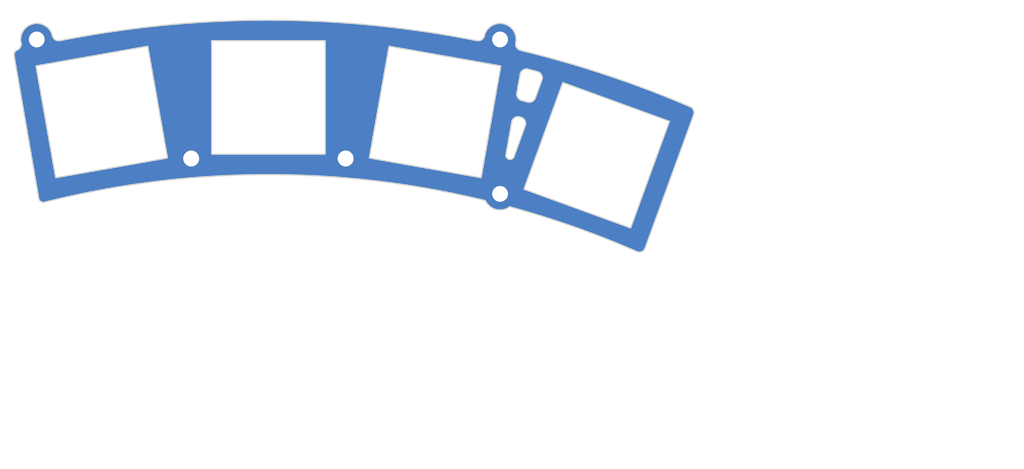
<source format=kicad_pcb>
(kicad_pcb (version 20221018) (generator pcbnew)
  (title_block (rev "1") (company "@e3w2q"))
  (layers (0 "F.Cu" signal) (31 "B.Cu" signal) (34 "B.Paste" user) (35 "F.Paste" user) (36 "B.SilkS" user "B.Silkscreen") (37 "F.SilkS" user "F.Silkscreen") (38 "B.Mask" user) (39 "F.Mask" user) (44 "Edge.Cuts" user))
  (net 0 "")
  (footprint "#footprint:Keyswitch_Plate_Hole" (layer "F.Cu") (at 65.46133 34.19532)
    (fp_text reference "SW28" hide)
    (fp_text value "SW_Push" hide)
    (fp_line (start -7 -7) (end -7 7) (stroke (width 0.15)) (layer "Edge.Cuts"))
    (fp_line (start 7 -7) (end -7 -7) (stroke (width 0.15)) (layer "Edge.Cuts"))
    (fp_line (start 7 -7) (end 7 7) (stroke (width 0.15)) (layer "Edge.Cuts"))
    (fp_line (start 7 7) (end -7 7) (stroke (width 0.15)) (layer "Edge.Cuts"))
  )
  (footprint "#footprint:Keyswitch_Plate_Hole" (layer "F.Cu") (at 86.019046 35.994494 -10)
    (fp_text reference "SW29" hide)
    (fp_text value "SW_Push" hide)
    (fp_line (start -7 -7) (end -7 7) (stroke (width 0.15)) (layer "Edge.Cuts"))
    (fp_line (start 7 -7) (end -7 -7) (stroke (width 0.15)) (layer "Edge.Cuts"))
    (fp_line (start 7 -7) (end 7 7) (stroke (width 0.15)) (layer "Edge.Cuts"))
    (fp_line (start 7 7) (end -7 7) (stroke (width 0.15)) (layer "Edge.Cuts"))
  )
  (footprint "#footprint:M2_Hole" (layer "F.Cu") (at 55.936326 41.735945)
    (fp_text reference "H9" hide)
    (fp_text value "MountingHole" hide)
    (pad "" np_thru_hole circle (at 0 0) (size 1.95 1.95) (drill 1.95) (layers "F&B.Cu" "*.Mask"))
  )
  (footprint "#footprint:Keyswitch_Plate_Hole" (layer "F.Cu") (at 105.956671 41.334996 -20)
    (fp_text reference "SW30" hide)
    (fp_text value "SW_Push" hide)
    (fp_line (start -7 -7) (end -7 7) (stroke (width 0.15)) (layer "Edge.Cuts"))
    (fp_line (start 7 -7) (end -7 -7) (stroke (width 0.15)) (layer "Edge.Cuts"))
    (fp_line (start 7 -7) (end 7 7) (stroke (width 0.15)) (layer "Edge.Cuts"))
    (fp_line (start 7 7) (end -7 7) (stroke (width 0.15)) (layer "Edge.Cuts"))
  )
  (footprint "#footprint:M2_Hole" (layer "F.Cu") (at 94.036323 46.10157)
    (fp_text reference "H8" hide)
    (fp_text value "MountingHole" hide)
    (pad "" np_thru_hole circle (at 0 0) (size 1.95 1.95) (drill 1.95) (layers "F&B.Cu" "*.Mask"))
  )
  (footprint "#footprint:M2_Hole" (layer "F.Cu") (at 94.036275 27.051806)
    (fp_text reference "H7" hide)
    (fp_text value "MountingHole" hide)
    (pad "" np_thru_hole circle (at 0 0) (size 1.95 1.95) (drill 1.95) (layers "F&B.Cu" "*.Mask"))
  )
  (footprint "#footprint:M2_Hole" (layer "F.Cu") (at 36.886323 27.051573)
    (fp_text reference "H10" hide)
    (fp_text value "MountingHole" hide)
    (pad "" np_thru_hole circle (at 0 0) (size 1.95 1.95) (drill 1.95) (layers "F&B.Cu" "*.Mask"))
  )
  (footprint "#footprint:M2_Hole" (layer "F.Cu") (at 74.986325 41.735943)
    (fp_text reference "H9" hide)
    (fp_text value "MountingHole" hide)
    (pad "" np_thru_hole circle (at 0 0) (size 1.95 1.95) (drill 1.95) (layers "F&B.Cu" "*.Mask"))
  )
  (footprint "#footprint:M2_Hole" (layer "F.Cu") (at 55.936329 41.735947)
    (fp_text reference "H9" hide)
    (fp_text value "MountingHole" hide)
    (pad "" np_thru_hole circle (at 0 0) (size 1.95 1.95) (drill 1.95) (layers "F&B.Cu" "*.Mask"))
  )
  (footprint "#footprint:Keyswitch_Plate_Hole" (layer "F.Cu") (at 44.9006 35.991941 10)
    (fp_text reference "SW27" hide)
    (fp_text value "SW_Push" hide)
    (fp_line (start -7 -7) (end -7 7) (stroke (width 0.15)) (layer "Edge.Cuts"))
    (fp_line (start 7 -7) (end -7 -7) (stroke (width 0.15)) (layer "Edge.Cuts"))
    (fp_line (start 7 -7) (end 7 7) (stroke (width 0.15)) (layer "Edge.Cuts"))
    (fp_line (start 7 7) (end -7 7) (stroke (width 0.15)) (layer "Edge.Cuts"))
  )
  (footprint "#footprint:M2_Hole" (layer "F.Cu") (at 74.986328 41.735945)
    (fp_text reference "H9" hide)
    (fp_text value "MountingHole" hide)
    (pad "" np_thru_hole circle (at 0 0) (size 1.95 1.95) (drill 1.95) (layers "F&B.Cu" "*.Mask"))
  )
  (gr_arc (start 96.546509 28.388438) (mid 107.178806 31.436444) (end 117.517638 35.366412) (stroke (width 0.15)) (layer "Edge.Cuts"))
  (gr_arc (start 95.485804 37.164913) (mid 95.855639 36.682953) (end 96.457946 36.603647) (stroke (width 0.15)) (layer "Edge.Cuts"))
  (gr_line (start 97.498225 30.712143) (end 98.657337 31.022725) (stroke (width 0.15)) (layer "Edge.Cuts"))
  (gr_arc (start 34.936978 27.413465) (mid 34.857674 28.015776) (end 34.375712 28.385605) (stroke (width 0.15)) (layer "Edge.Cuts"))
  (gr_arc (start 37.92 47.11) (mid 37.483878 47.099265) (end 37.16 46.81) (stroke (width 0.15)) (layer "Edge.Cuts"))
  (gr_arc (start 34.110628 29.161886) (mid 34.128502 28.734595) (end 34.375712 28.385605) (stroke (width 0.15)) (layer "Edge.Cuts"))
  (gr_arc (start 39.726026 27.200178) (mid 65.46125 24.670152) (end 91.196195 27.203011) (stroke (width 0.15)) (layer "Edge.Cuts"))
  (gr_arc (start 95.227009 47.689068) (mid 93.548744 48.025181) (end 92.233277 46.930152) (stroke (width 0.15)) (layer "Edge.Cuts"))
  (gr_arc (start 92.115718 26.559154) (mid 91.789296 27.0715) (end 91.196195 27.203011) (stroke (width 0.15)) (layer "Edge.Cuts"))
  (gr_arc (start 96.546509 28.388438) (mid 96.064502 28.018614) (end 95.985243 27.416298) (stroke (width 0.15)) (layer "Edge.Cuts"))
  (gr_line (start 117.923952 36.314407) (end 111.906326 52.835524) (stroke (width 0.15)) (layer "Edge.Cuts"))
  (gr_arc (start 92.115717 26.559154) (mid 94.465028 25.116097) (end 95.985243 27.416298) (stroke (width 0.15)) (layer "Edge.Cuts"))
  (gr_line (start 96.457946 36.603647) (end 96.612493 36.645056) (stroke (width 0.15)) (layer "Edge.Cuts"))
  (gr_arc (start 98.407533 34.21044) (mid 98.037702 34.692401) (end 97.435393 34.771708) (stroke (width 0.15)) (layer "Edge.Cuts"))
  (gr_arc (start 96.526084 31.273409) (mid 96.895919 30.791441) (end 97.498225 30.712142) (stroke (width 0.15)) (layer "Edge.Cuts"))
  (gr_arc (start 117.517642 35.366413) (mid 117.897196 35.764809) (end 117.923952 36.314407) (stroke (width 0.15)) (layer "Edge.Cuts"))
  (gr_arc (start 34.936978 27.413465) (mid 36.457758 25.11598) (end 38.806503 26.556321) (stroke (width 0.15)) (layer "Edge.Cuts"))
  (gr_line (start 98.407533 34.21044) (end 99.218602 31.994867) (stroke (width 0.15)) (layer "Edge.Cuts"))
  (gr_arc (start 37.92 47.11) (mid 65.065723 43.723679) (end 92.233277 46.93015) (stroke (width 0.15)) (layer "Edge.Cuts"))
  (gr_arc (start 39.726026 27.200178) (mid 39.132939 27.068672) (end 38.806503 26.556321) (stroke (width 0.15)) (layer "Edge.Cuts"))
  (gr_line (start 37.16 46.81) (end 34.110628 29.161886) (stroke (width 0.15)) (layer "Edge.Cuts"))
  (gr_line (start 96.526084 31.273409) (end 96.120704 33.597685) (stroke (width 0.15)) (layer "Edge.Cuts"))
  (gr_arc (start 96.681971 34.569829) (mid 96.199992 34.199997) (end 96.120703 33.597687) (stroke (width 0.15)) (layer "Edge.Cuts"))
  (gr_arc (start 98.657337 31.022725) (mid 99.139302 31.392551) (end 99.218604 31.99487) (stroke (width 0.15)) (layer "Edge.Cuts"))
  (gr_arc (start 95.758279 41.5023) (mid 95.153605 41.843363) (end 94.763504 41.269051) (stroke (width 0.15)) (layer "Edge.Cuts"))
  (gr_arc (start 111.906326 52.835524) (mid 111.485533 53.233544) (end 110.90667 53.213766) (stroke (width 0.15)) (layer "Edge.Cuts"))
  (gr_line (start 96.681971 34.569829) (end 97.435392 34.771705) (stroke (width 0.15)) (layer "Edge.Cuts"))
  (gr_line (start 94.763504 41.269051) (end 95.485804 37.164913) (stroke (width 0.15)) (layer "Edge.Cuts"))
  (gr_line (start 95.75828 41.5023) (end 97.17376 37.6172) (stroke (width 0.15)) (layer "Edge.Cuts"))
  (gr_arc (start 95.227009 47.689068) (mid 103.167873 50.164672) (end 110.906669 53.213764) (stroke (width 0.15)) (layer "Edge.Cuts"))
  (gr_arc (start 96.612493 36.645056) (mid 97.094461 37.014889) (end 97.173761 37.617198) (stroke (width 0.15)) (layer "Edge.Cuts"))
  (zone (net 0) (net_name "") (layers "F&B.Cu") (connect_pads (clearance 0.3)) (min_thickness 0.254) (fill yes (thermal_gap 0.508) (thermal_bridge_width 0.508))
    (polygon (pts (xy 119.113753 54.611886) (xy 32.701253 54.336886) (xy 32.351253 22.977511) (xy 118.763753 23.252511)))
  )
)
</source>
